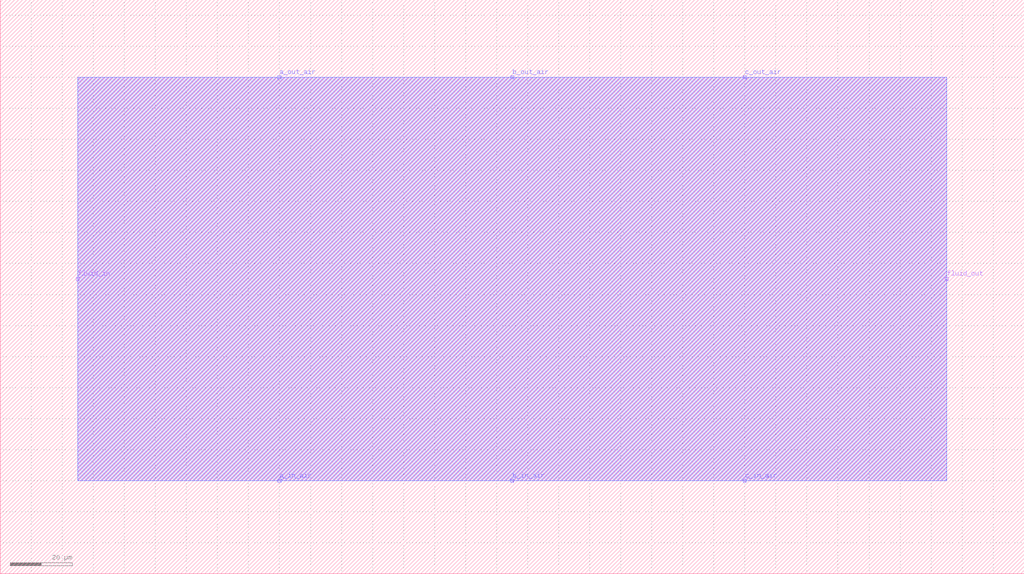
<source format=lef>

MACRO pump_20_40_20px_0
  CLASS CORE ;
  ORIGIN  0 0 ;
  FOREIGN pump_20_40_20px_0 0 0 ;
  SIZE 330 BY 185 ;
  SYMMETRY X Y ;
  SITE CoreSite ;
  PIN fluid_in
    DIRECTION INPUT ;
    USE SIGNAL ;
    PORT
      LAYER met1 ;
        RECT 24.5 94.5 25.5 95.5 ;
    END
  END fluid_in
  PIN fluid_out
    DIRECTION OUTPUT ;
    USE SIGNAL ;
    PORT
      LAYER met1 ;
        RECT 304.5 94.5 305.5 95.5 ;
    END
  END fluid_out
  PIN a_out_air
    DIRECTION OUTPUT ;
    USE SIGNAL ;
    PORT
      LAYER met2 ;
        RECT 89.5 159.5 90.5 160.5 ;
    END
  END a_out_air
  PIN b_out_air
    DIRECTION OUTPUT ;
    USE SIGNAL ;
    PORT
      LAYER met2 ;
        RECT 164.5 159.5 165.5 160.5 ;
    END
  END b_out_air
  PIN c_out_air
    DIRECTION OUTPUT ;
    USE SIGNAL ;
    PORT
      LAYER met2 ;
        RECT 239.5 159.5 240.5 160.5 ;
    END
  END c_out_air
  PIN a_in_air
    DIRECTION INPUT ;
    USE SIGNAL ;
    PORT
      LAYER met2 ;
        RECT 89.5 29.5 90.5 30.5 ;
    END
  END a_in_air
  PIN b_in_air
    DIRECTION INPUT ;
    USE SIGNAL ;
    PORT
      LAYER met2 ;
        RECT 164.5 29.5 165.5 30.5 ;
    END
  END b_in_air
  PIN c_in_air
    DIRECTION INPUT ;
    USE SIGNAL ;
    PORT
      LAYER met2 ;
        RECT 239.5 29.5 240.5 30.5 ;
    END
  END c_in_air
  OBS
    LAYER met1 ;
      RECT 25 30 305 160 ;
    LAYER met2 ;
      RECT 25 30 305 160 ;
    LAYER met3 ;
      RECT 25 30 305 160 ;
  END
  PROPERTY CatenaDesignType "deviceLevel" ;
END pump_20_40_20px_0

</source>
